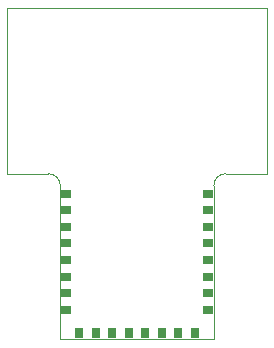
<source format=gbp>
G04*
G04 #@! TF.GenerationSoftware,Altium Limited,Altium NEXUS,5.8.2 (18)*
G04*
G04 Layer_Color=128*
%FSLAX25Y25*%
%MOIN*%
G70*
G04*
G04 #@! TF.SameCoordinates,96A2D957-15C9-49F1-B6A3-93ECAB74F1FA*
G04*
G04*
G04 #@! TF.FilePolarity,Positive*
G04*
G01*
G75*
%ADD14C,0.00394*%
%ADD44R,0.03543X0.03150*%
%ADD45R,0.03150X0.03543*%
D14*
X-25591Y51181D02*
G03*
X-29528Y55118I-3937J0D01*
G01*
X29528D02*
G03*
X25591Y51181I0J-3937D01*
G01*
X6281Y110236D02*
X13171D01*
X-6383D02*
X-872D01*
X-43307Y55118D02*
Y110236D01*
Y55118D02*
X-29528D01*
X-43307Y110236D02*
X43307D01*
Y55118D02*
Y110236D01*
X29528Y55118D02*
X43307D01*
X-25591Y0D02*
Y51181D01*
Y0D02*
X25591D01*
Y51181D01*
D44*
X23622Y20866D02*
D03*
Y26378D02*
D03*
Y31890D02*
D03*
Y37402D02*
D03*
Y42913D02*
D03*
Y48425D02*
D03*
Y15354D02*
D03*
Y9843D02*
D03*
X-23622Y37402D02*
D03*
Y31890D02*
D03*
Y26378D02*
D03*
Y20866D02*
D03*
Y15354D02*
D03*
Y9843D02*
D03*
Y42913D02*
D03*
Y48425D02*
D03*
D45*
X-19291Y1969D02*
D03*
X-13780D02*
D03*
X19291D02*
D03*
X13780D02*
D03*
X8268D02*
D03*
X2756D02*
D03*
X-2756D02*
D03*
X-8268D02*
D03*
M02*

</source>
